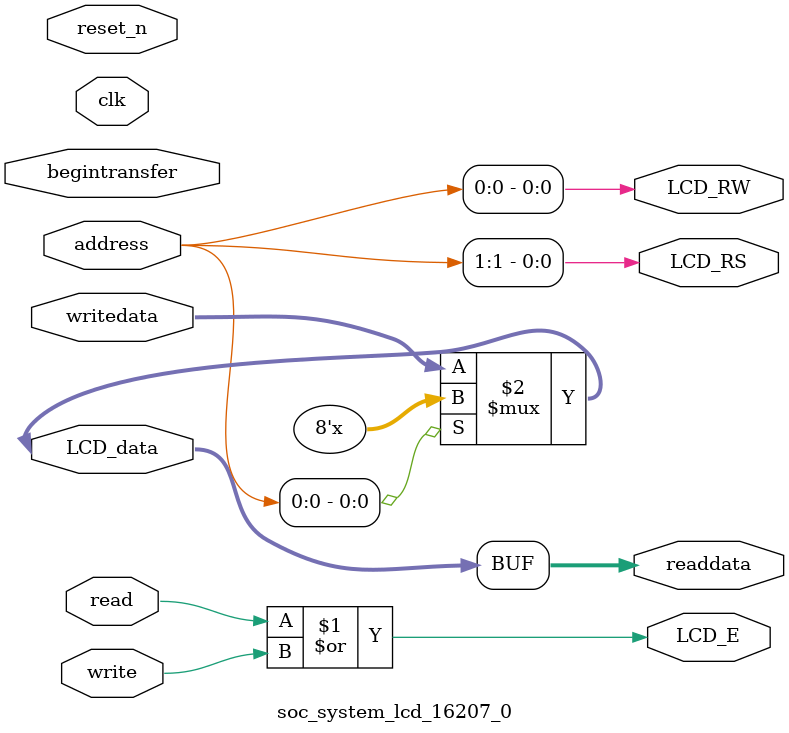
<source format=v>
module soc_system_lcd_16207_0 (
                                 address,
                                 begintransfer,
                                 clk,
                                 read,
                                 reset_n,
                                 write,
                                 writedata,
                                 LCD_E,
                                 LCD_RS,
                                 LCD_RW,
                                 LCD_data,
                                 readdata
                              )
;
  output           LCD_E;
  output           LCD_RS;
  output           LCD_RW;
  inout   [  7: 0] LCD_data;
  output  [  7: 0] readdata;
  input   [  1: 0] address;
  input            begintransfer;
  input            clk;
  input            read;
  input            reset_n;
  input            write;
  input   [  7: 0] writedata;
  wire             LCD_E;
  wire             LCD_RS;
  wire             LCD_RW;
  wire    [  7: 0] LCD_data;
  wire    [  7: 0] readdata;
  assign LCD_RW = address[0];
  assign LCD_RS = address[1];
  assign LCD_E = read | write;
  assign LCD_data = (address[0]) ? {8{1'bz}} : writedata;
  assign readdata = LCD_data;
endmodule
</source>
